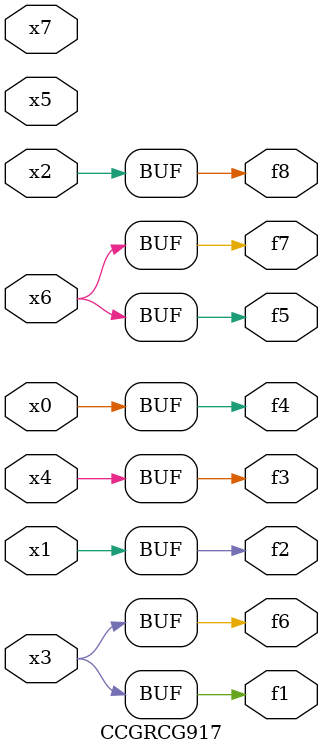
<source format=v>
module CCGRCG917(
	input x0, x1, x2, x3, x4, x5, x6, x7,
	output f1, f2, f3, f4, f5, f6, f7, f8
);
	assign f1 = x3;
	assign f2 = x1;
	assign f3 = x4;
	assign f4 = x0;
	assign f5 = x6;
	assign f6 = x3;
	assign f7 = x6;
	assign f8 = x2;
endmodule

</source>
